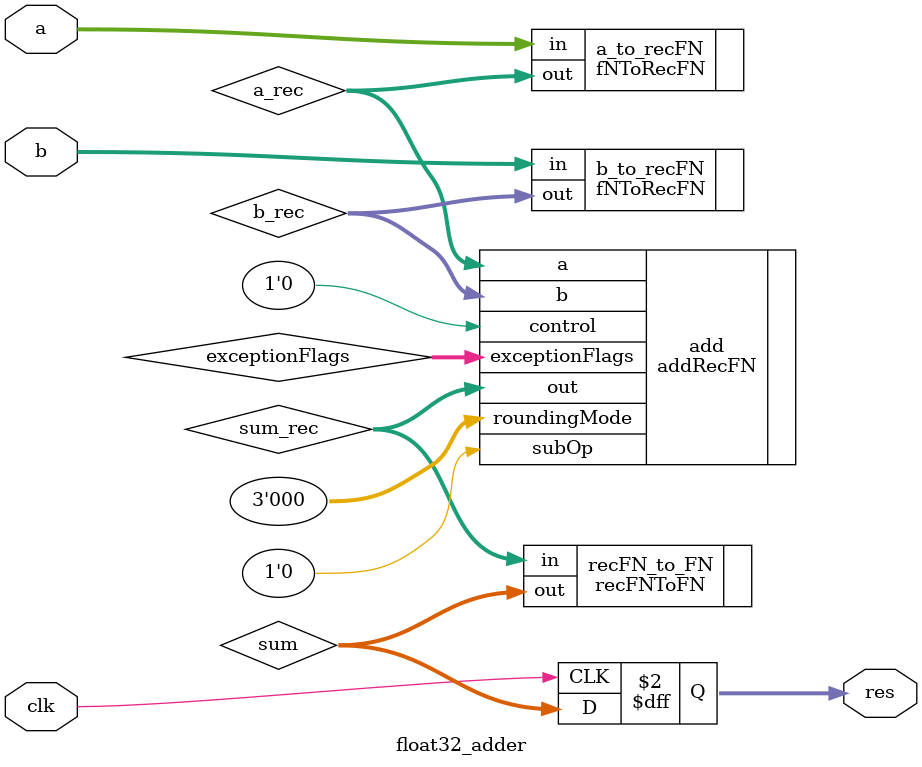
<source format=sv>
`timescale 1ns / 1ps

module float32_adder(
    input clk,
    input  logic [31:0]  a,
    input  logic [31:0]  b,
    output logic [31:0]  res
);

    // Internal signals
    logic [32:0] a_rec;
    logic [32:0] b_rec;
    logic [32:0] sum_rec;
    logic [31:0] sum;
    logic [4:0]  exceptionFlags;
    

    fNToRecFN#(8, 24) a_to_recFN (
        .in(a),
        .out(a_rec)
    );

    fNToRecFN#(8, 24) b_to_recFN (
        .in(b),
        .out(b_rec)
    );

    addRecFN#(8, 24) add (
        .control(1'b0),
        .subOp(1'b0),
        .a(a_rec),
        .b(b_rec),
        .roundingMode(3'b0),
        .out(sum_rec),
        .exceptionFlags(exceptionFlags)
    );

    recFNToFN#(8, 24) recFN_to_FN (
        .in(sum_rec),
        .out(sum)
    );

    always @(posedge clk) begin
        res <= sum;
    end
endmodule


</source>
